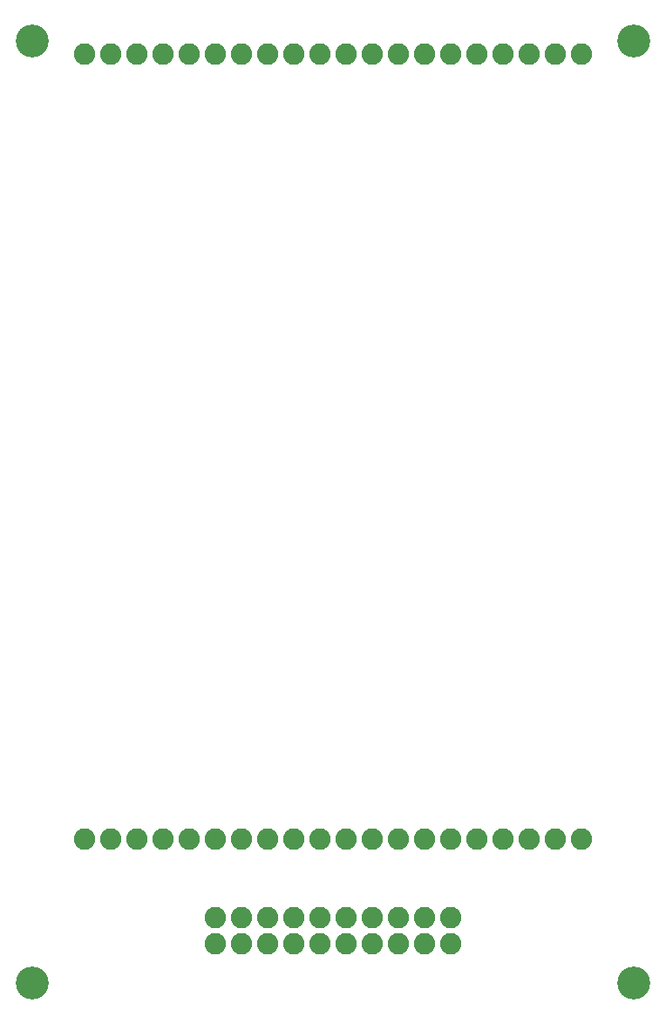
<source format=gbr>
G04 EAGLE Gerber RS-274X export*
G75*
%MOMM*%
%FSLAX34Y34*%
%LPD*%
%INSoldermask Top*%
%IPPOS*%
%AMOC8*
5,1,8,0,0,1.08239X$1,22.5*%
G01*
%ADD10C,3.203200*%
%ADD11C,2.082800*%


D10*
X25400Y25400D03*
X609600Y25400D03*
X609600Y939800D03*
X25400Y939800D03*
D11*
X76200Y165100D03*
X101600Y165100D03*
X127000Y165100D03*
X152400Y165100D03*
X177800Y165100D03*
X203200Y165100D03*
X228600Y165100D03*
X254000Y165100D03*
X279400Y165100D03*
X304800Y165100D03*
X330200Y165100D03*
X355600Y165100D03*
X381000Y165100D03*
X406400Y165100D03*
X431800Y165100D03*
X457200Y165100D03*
X482600Y165100D03*
X508000Y165100D03*
X533400Y165100D03*
X558800Y165100D03*
X76200Y927100D03*
X101600Y927100D03*
X127000Y927100D03*
X152400Y927100D03*
X177800Y927100D03*
X203200Y927100D03*
X228600Y927100D03*
X254000Y927100D03*
X279400Y927100D03*
X304800Y927100D03*
X330200Y927100D03*
X355600Y927100D03*
X381000Y927100D03*
X406400Y927100D03*
X431800Y927100D03*
X457200Y927100D03*
X482600Y927100D03*
X508000Y927100D03*
X533400Y927100D03*
X558800Y927100D03*
X203200Y63500D03*
X203200Y88900D03*
X228600Y63500D03*
X228600Y88900D03*
X254000Y63500D03*
X254000Y88900D03*
X279400Y63500D03*
X279400Y88900D03*
X304800Y63500D03*
X304800Y88900D03*
X330200Y63500D03*
X330200Y88900D03*
X355600Y63500D03*
X355600Y88900D03*
X381000Y63500D03*
X381000Y88900D03*
X406400Y63500D03*
X406400Y88900D03*
X431800Y63500D03*
X431800Y88900D03*
M02*

</source>
